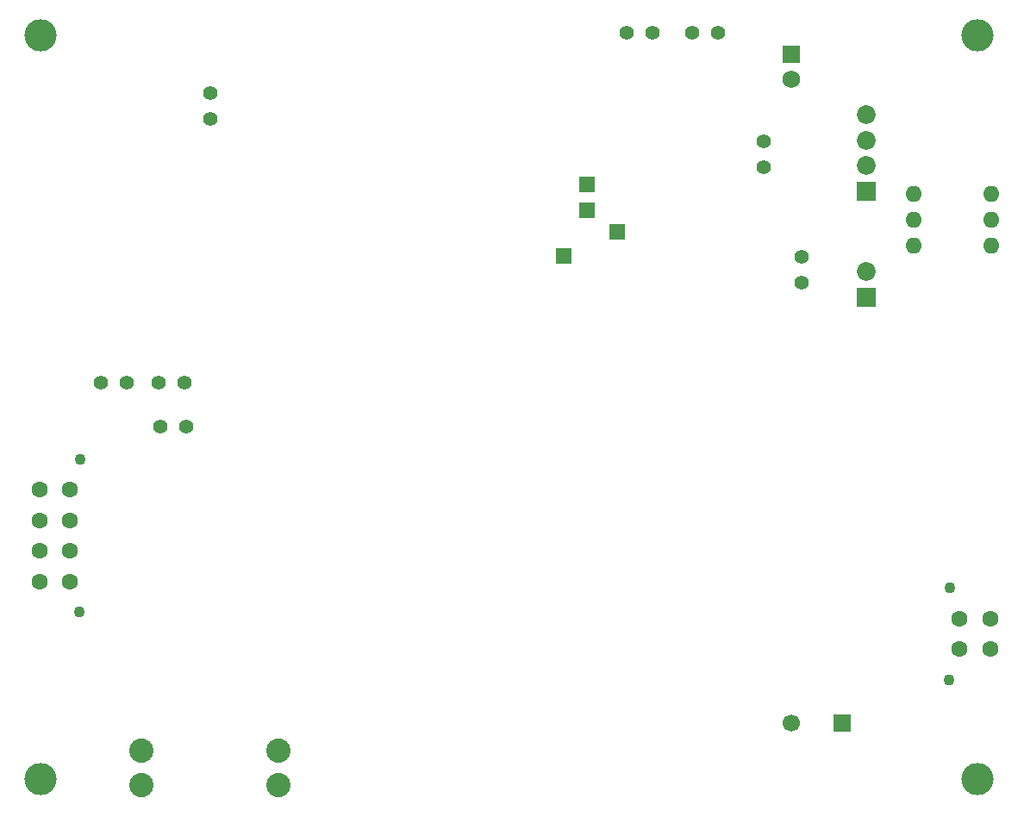
<source format=gbr>
G04 #@! TF.FileFunction,Soldermask,Bot*
%FSLAX46Y46*%
G04 Gerber Fmt 4.6, Leading zero omitted, Abs format (unit mm)*
G04 Created by KiCad (PCBNEW (2016-05-27 BZR 6836, Git 4441a4b)-product) date 09/13/16 14:24:09*
%MOMM*%
%LPD*%
G01*
G04 APERTURE LIST*
%ADD10C,0.100000*%
%ADD11R,1.850000X1.850000*%
%ADD12C,1.850000*%
%ADD13C,3.175000*%
%ADD14C,2.387600*%
%ADD15C,1.700000*%
%ADD16R,1.700000X1.700000*%
%ADD17C,1.400000*%
%ADD18R,1.500000X1.500000*%
%ADD19R,1.750000X1.750000*%
%ADD20C,1.750000*%
%ADD21C,1.100000*%
%ADD22C,1.600000*%
%ADD23O,1.600000X1.600000*%
G04 APERTURE END LIST*
D10*
D11*
X178562000Y-82042000D03*
D12*
X178562000Y-79542000D03*
X178562000Y-77042000D03*
X178562000Y-74542000D03*
D13*
X189456000Y-139776000D03*
D14*
X107352000Y-140427000D03*
X120814000Y-140427000D03*
X120814000Y-137023400D03*
X107352000Y-137023400D03*
D15*
X171206000Y-134276000D03*
D16*
X176206000Y-134276000D03*
D17*
X109220000Y-105156000D03*
X111760000Y-105156000D03*
X114173000Y-74930000D03*
X114173000Y-72390000D03*
X103378000Y-100838000D03*
X105918000Y-100838000D03*
X109093000Y-100838000D03*
X111633000Y-100838000D03*
X161442400Y-66497200D03*
X163982400Y-66497200D03*
X154990800Y-66446400D03*
X157530800Y-66446400D03*
D18*
X151130000Y-81407000D03*
X151130000Y-83947000D03*
X154076400Y-86004400D03*
X148844000Y-88392000D03*
D17*
X168456000Y-79676000D03*
X168456000Y-77136000D03*
X172212000Y-91059000D03*
X172212000Y-88519000D03*
D19*
X171196000Y-68580000D03*
D20*
X171196000Y-71080000D03*
D11*
X178562000Y-92456000D03*
D12*
X178562000Y-89956000D03*
D13*
X97456000Y-139776000D03*
X97456000Y-66776000D03*
X189456000Y-66776000D03*
D21*
X101356000Y-108376000D03*
D22*
X97356000Y-120376000D03*
X97356000Y-117376000D03*
X97356000Y-114376000D03*
X97356000Y-111376000D03*
X100356000Y-120376000D03*
X100356000Y-117376000D03*
X100356000Y-114376000D03*
X100356000Y-111376000D03*
D21*
X101296000Y-123376000D03*
D23*
X190856000Y-87406000D03*
X190856000Y-84866000D03*
X190856000Y-82326000D03*
X183236000Y-82326000D03*
X183236000Y-84866000D03*
X183236000Y-87406000D03*
D21*
X186731000Y-130051000D03*
D22*
X190731000Y-124051000D03*
X190731000Y-127051000D03*
X187731000Y-124051000D03*
X187731000Y-127051000D03*
D21*
X186791000Y-121051000D03*
M02*

</source>
